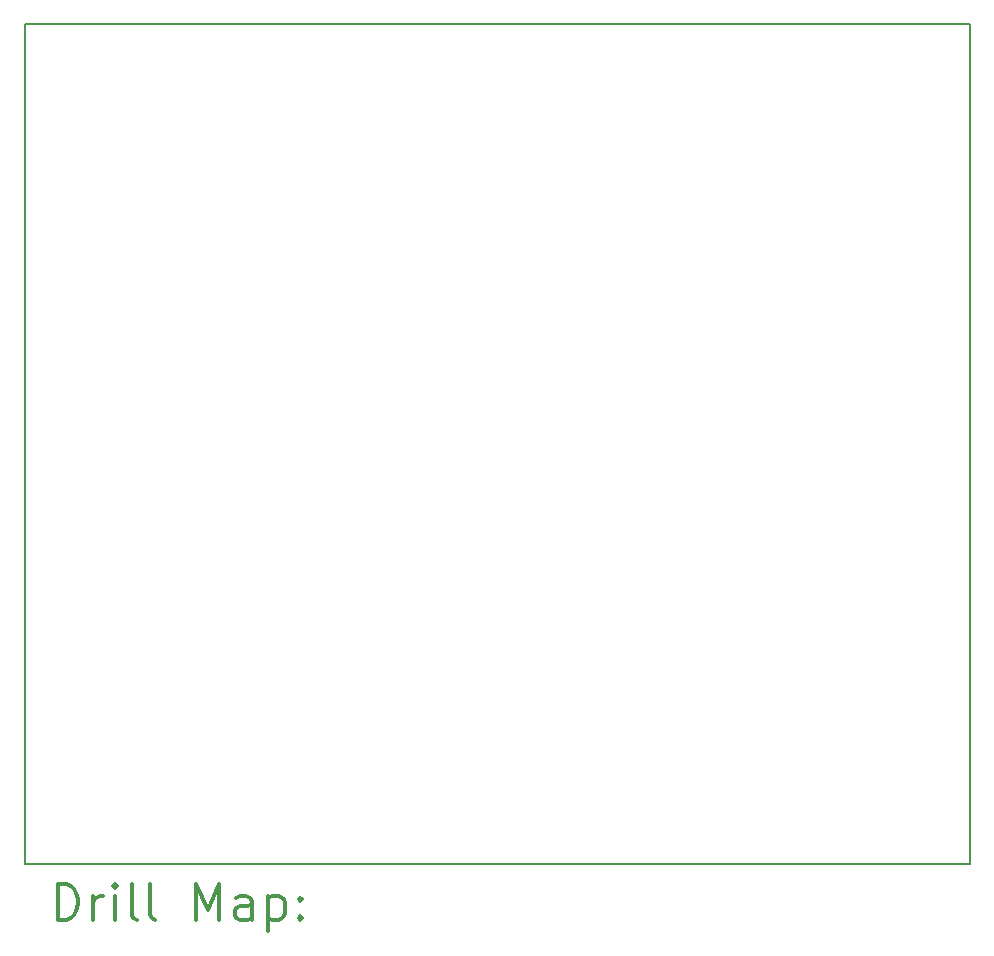
<source format=gbr>
%FSLAX45Y45*%
G04 Gerber Fmt 4.5, Leading zero omitted, Abs format (unit mm)*
G04 Created by KiCad (PCBNEW 5.1.5+dfsg1-2build2) date 2024-04-23 22:32:17*
%MOMM*%
%LPD*%
G04 APERTURE LIST*
%TA.AperFunction,Profile*%
%ADD10C,0.150000*%
%TD*%
%ADD11C,0.200000*%
%ADD12C,0.300000*%
G04 APERTURE END LIST*
D10*
X18516600Y-12928600D02*
X14833600Y-12928600D01*
X18516600Y-5816600D02*
X18516600Y-12928600D01*
X10515600Y-5816600D02*
X18516600Y-5816600D01*
X10515600Y-6324600D02*
X10515600Y-5816600D01*
X10515600Y-6324600D02*
X10515600Y-12928600D01*
X10515600Y-12928600D02*
X14833600Y-12928600D01*
X10515600Y-12420600D02*
X10515600Y-12928600D01*
D11*
D12*
X10794528Y-13401814D02*
X10794528Y-13101814D01*
X10865957Y-13101814D01*
X10908814Y-13116100D01*
X10937386Y-13144671D01*
X10951671Y-13173243D01*
X10965957Y-13230386D01*
X10965957Y-13273243D01*
X10951671Y-13330386D01*
X10937386Y-13358957D01*
X10908814Y-13387529D01*
X10865957Y-13401814D01*
X10794528Y-13401814D01*
X11094528Y-13401814D02*
X11094528Y-13201814D01*
X11094528Y-13258957D02*
X11108814Y-13230386D01*
X11123100Y-13216100D01*
X11151671Y-13201814D01*
X11180243Y-13201814D01*
X11280243Y-13401814D02*
X11280243Y-13201814D01*
X11280243Y-13101814D02*
X11265957Y-13116100D01*
X11280243Y-13130386D01*
X11294528Y-13116100D01*
X11280243Y-13101814D01*
X11280243Y-13130386D01*
X11465957Y-13401814D02*
X11437386Y-13387529D01*
X11423100Y-13358957D01*
X11423100Y-13101814D01*
X11623100Y-13401814D02*
X11594528Y-13387529D01*
X11580243Y-13358957D01*
X11580243Y-13101814D01*
X11965957Y-13401814D02*
X11965957Y-13101814D01*
X12065957Y-13316100D01*
X12165957Y-13101814D01*
X12165957Y-13401814D01*
X12437386Y-13401814D02*
X12437386Y-13244671D01*
X12423100Y-13216100D01*
X12394528Y-13201814D01*
X12337386Y-13201814D01*
X12308814Y-13216100D01*
X12437386Y-13387529D02*
X12408814Y-13401814D01*
X12337386Y-13401814D01*
X12308814Y-13387529D01*
X12294528Y-13358957D01*
X12294528Y-13330386D01*
X12308814Y-13301814D01*
X12337386Y-13287529D01*
X12408814Y-13287529D01*
X12437386Y-13273243D01*
X12580243Y-13201814D02*
X12580243Y-13501814D01*
X12580243Y-13216100D02*
X12608814Y-13201814D01*
X12665957Y-13201814D01*
X12694528Y-13216100D01*
X12708814Y-13230386D01*
X12723100Y-13258957D01*
X12723100Y-13344671D01*
X12708814Y-13373243D01*
X12694528Y-13387529D01*
X12665957Y-13401814D01*
X12608814Y-13401814D01*
X12580243Y-13387529D01*
X12851671Y-13373243D02*
X12865957Y-13387529D01*
X12851671Y-13401814D01*
X12837386Y-13387529D01*
X12851671Y-13373243D01*
X12851671Y-13401814D01*
X12851671Y-13216100D02*
X12865957Y-13230386D01*
X12851671Y-13244671D01*
X12837386Y-13230386D01*
X12851671Y-13216100D01*
X12851671Y-13244671D01*
M02*

</source>
